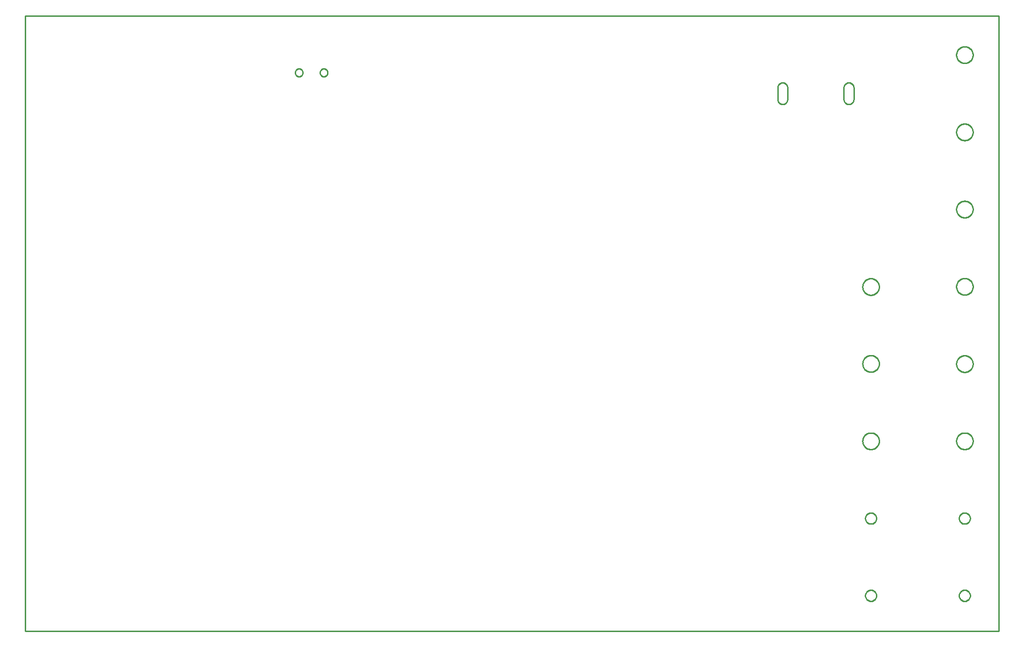
<source format=gbr>
G04 EAGLE Gerber X2 export*
%TF.Part,Single*%
%TF.FileFunction,Profile,NP*%
%TF.FilePolarity,Positive*%
%TF.GenerationSoftware,Autodesk,EAGLE,9.1.1*%
%TF.CreationDate,2018-07-20T09:13:18Z*%
G75*
%MOMM*%
%FSLAX34Y34*%
%LPD*%
%AMOC8*
5,1,8,0,0,1.08239X$1,22.5*%
G01*
%ADD10C,0.254000*%


D10*
X0Y0D02*
X1765100Y0D01*
X1765100Y1114300D01*
X0Y1114300D01*
X0Y0D01*
X1483860Y963460D02*
X1483894Y962676D01*
X1483997Y961897D01*
X1484167Y961131D01*
X1484403Y960382D01*
X1484703Y959656D01*
X1485066Y958960D01*
X1485488Y958298D01*
X1485966Y957675D01*
X1486496Y957096D01*
X1487075Y956566D01*
X1487698Y956088D01*
X1488360Y955666D01*
X1489056Y955303D01*
X1489782Y955003D01*
X1490531Y954767D01*
X1491297Y954597D01*
X1492076Y954494D01*
X1492860Y954460D01*
X1493644Y954494D01*
X1494423Y954597D01*
X1495189Y954767D01*
X1495938Y955003D01*
X1496664Y955303D01*
X1497360Y955666D01*
X1498022Y956088D01*
X1498645Y956566D01*
X1499224Y957096D01*
X1499754Y957675D01*
X1500232Y958298D01*
X1500654Y958960D01*
X1501017Y959656D01*
X1501317Y960382D01*
X1501553Y961131D01*
X1501723Y961897D01*
X1501826Y962676D01*
X1501860Y963460D01*
X1501860Y984460D01*
X1501826Y985244D01*
X1501723Y986023D01*
X1501553Y986789D01*
X1501317Y987538D01*
X1501017Y988264D01*
X1500654Y988960D01*
X1500232Y989622D01*
X1499754Y990245D01*
X1499224Y990824D01*
X1498645Y991354D01*
X1498022Y991832D01*
X1497360Y992254D01*
X1496664Y992617D01*
X1495938Y992917D01*
X1495189Y993153D01*
X1494423Y993323D01*
X1493644Y993426D01*
X1492860Y993460D01*
X1492076Y993426D01*
X1491297Y993323D01*
X1490531Y993153D01*
X1489782Y992917D01*
X1489056Y992617D01*
X1488360Y992254D01*
X1487698Y991832D01*
X1487075Y991354D01*
X1486496Y990824D01*
X1485966Y990245D01*
X1485488Y989622D01*
X1485066Y988960D01*
X1484703Y988264D01*
X1484403Y987538D01*
X1484167Y986789D01*
X1483997Y986023D01*
X1483894Y985244D01*
X1483860Y984460D01*
X1483860Y963460D01*
X1363860Y963460D02*
X1363894Y962676D01*
X1363997Y961897D01*
X1364167Y961131D01*
X1364403Y960382D01*
X1364703Y959656D01*
X1365066Y958960D01*
X1365488Y958298D01*
X1365966Y957675D01*
X1366496Y957096D01*
X1367075Y956566D01*
X1367698Y956088D01*
X1368360Y955666D01*
X1369056Y955303D01*
X1369782Y955003D01*
X1370531Y954767D01*
X1371297Y954597D01*
X1372076Y954494D01*
X1372860Y954460D01*
X1373644Y954494D01*
X1374423Y954597D01*
X1375189Y954767D01*
X1375938Y955003D01*
X1376664Y955303D01*
X1377360Y955666D01*
X1378022Y956088D01*
X1378645Y956566D01*
X1379224Y957096D01*
X1379754Y957675D01*
X1380232Y958298D01*
X1380654Y958960D01*
X1381017Y959656D01*
X1381317Y960382D01*
X1381553Y961131D01*
X1381723Y961897D01*
X1381826Y962676D01*
X1381860Y963460D01*
X1381860Y984460D01*
X1381826Y985244D01*
X1381723Y986023D01*
X1381553Y986789D01*
X1381317Y987538D01*
X1381017Y988264D01*
X1380654Y988960D01*
X1380232Y989622D01*
X1379754Y990245D01*
X1379224Y990824D01*
X1378645Y991354D01*
X1378022Y991832D01*
X1377360Y992254D01*
X1376664Y992617D01*
X1375938Y992917D01*
X1375189Y993153D01*
X1374423Y993323D01*
X1373644Y993426D01*
X1372860Y993460D01*
X1372076Y993426D01*
X1371297Y993323D01*
X1370531Y993153D01*
X1369782Y992917D01*
X1369056Y992617D01*
X1368360Y992254D01*
X1367698Y991832D01*
X1367075Y991354D01*
X1366496Y990824D01*
X1365966Y990245D01*
X1365488Y989622D01*
X1365066Y988960D01*
X1364703Y988264D01*
X1364403Y987538D01*
X1364167Y986789D01*
X1363997Y986023D01*
X1363894Y985244D01*
X1363860Y984460D01*
X1363860Y963460D01*
X496744Y1004800D02*
X497428Y1004867D01*
X498103Y1005002D01*
X498761Y1005201D01*
X499397Y1005464D01*
X500003Y1005789D01*
X500575Y1006171D01*
X501107Y1006607D01*
X501593Y1007093D01*
X502029Y1007625D01*
X502411Y1008197D01*
X502736Y1008804D01*
X502999Y1009439D01*
X503198Y1010097D01*
X503333Y1010772D01*
X503400Y1011456D01*
X503400Y1012144D01*
X503333Y1012828D01*
X503198Y1013503D01*
X502999Y1014161D01*
X502736Y1014797D01*
X502411Y1015403D01*
X502029Y1015975D01*
X501593Y1016507D01*
X501107Y1016993D01*
X500575Y1017429D01*
X500003Y1017811D01*
X499397Y1018136D01*
X498761Y1018399D01*
X498103Y1018598D01*
X497428Y1018733D01*
X496744Y1018800D01*
X496056Y1018800D01*
X495372Y1018733D01*
X494697Y1018598D01*
X494039Y1018399D01*
X493404Y1018136D01*
X492797Y1017811D01*
X492225Y1017429D01*
X491693Y1016993D01*
X491207Y1016507D01*
X490771Y1015975D01*
X490389Y1015403D01*
X490064Y1014797D01*
X489801Y1014161D01*
X489602Y1013503D01*
X489467Y1012828D01*
X489400Y1012144D01*
X489400Y1011456D01*
X489467Y1010772D01*
X489602Y1010097D01*
X489801Y1009439D01*
X490064Y1008804D01*
X490389Y1008197D01*
X490771Y1007625D01*
X491207Y1007093D01*
X491693Y1006607D01*
X492225Y1006171D01*
X492797Y1005789D01*
X493404Y1005464D01*
X494039Y1005201D01*
X494697Y1005002D01*
X495372Y1004867D01*
X496056Y1004800D01*
X496744Y1004800D01*
X541744Y1004800D02*
X542428Y1004867D01*
X543103Y1005002D01*
X543761Y1005201D01*
X544397Y1005464D01*
X545003Y1005789D01*
X545575Y1006171D01*
X546107Y1006607D01*
X546593Y1007093D01*
X547029Y1007625D01*
X547411Y1008197D01*
X547736Y1008804D01*
X547999Y1009439D01*
X548198Y1010097D01*
X548333Y1010772D01*
X548400Y1011456D01*
X548400Y1012144D01*
X548333Y1012828D01*
X548198Y1013503D01*
X547999Y1014161D01*
X547736Y1014797D01*
X547411Y1015403D01*
X547029Y1015975D01*
X546593Y1016507D01*
X546107Y1016993D01*
X545575Y1017429D01*
X545003Y1017811D01*
X544397Y1018136D01*
X543761Y1018399D01*
X543103Y1018598D01*
X542428Y1018733D01*
X541744Y1018800D01*
X541056Y1018800D01*
X540372Y1018733D01*
X539697Y1018598D01*
X539039Y1018399D01*
X538404Y1018136D01*
X537797Y1017811D01*
X537225Y1017429D01*
X536693Y1016993D01*
X536207Y1016507D01*
X535771Y1015975D01*
X535389Y1015403D01*
X535064Y1014797D01*
X534801Y1014161D01*
X534602Y1013503D01*
X534467Y1012828D01*
X534400Y1012144D01*
X534400Y1011456D01*
X534467Y1010772D01*
X534602Y1010097D01*
X534801Y1009439D01*
X535064Y1008804D01*
X535389Y1008197D01*
X535771Y1007625D01*
X536207Y1007093D01*
X536693Y1006607D01*
X537225Y1006171D01*
X537797Y1005789D01*
X538404Y1005464D01*
X539039Y1005201D01*
X539697Y1005002D01*
X540372Y1004867D01*
X541056Y1004800D01*
X541744Y1004800D01*
X1712860Y203523D02*
X1712784Y202654D01*
X1712632Y201794D01*
X1712406Y200950D01*
X1712108Y200130D01*
X1711739Y199338D01*
X1711302Y198582D01*
X1710801Y197867D01*
X1710240Y197198D01*
X1709622Y196580D01*
X1708953Y196019D01*
X1708238Y195518D01*
X1707482Y195081D01*
X1706690Y194712D01*
X1705870Y194414D01*
X1705026Y194188D01*
X1704167Y194036D01*
X1703297Y193960D01*
X1702423Y193960D01*
X1701554Y194036D01*
X1700694Y194188D01*
X1699850Y194414D01*
X1699030Y194712D01*
X1698238Y195081D01*
X1697482Y195518D01*
X1696767Y196019D01*
X1696098Y196580D01*
X1695480Y197198D01*
X1694919Y197867D01*
X1694418Y198582D01*
X1693981Y199338D01*
X1693612Y200130D01*
X1693314Y200950D01*
X1693088Y201794D01*
X1692936Y202654D01*
X1692860Y203523D01*
X1692860Y204397D01*
X1692936Y205267D01*
X1693088Y206126D01*
X1693314Y206970D01*
X1693612Y207790D01*
X1693981Y208582D01*
X1694418Y209338D01*
X1694919Y210053D01*
X1695480Y210722D01*
X1696098Y211340D01*
X1696767Y211901D01*
X1697482Y212402D01*
X1698238Y212839D01*
X1699030Y213208D01*
X1699850Y213506D01*
X1700694Y213732D01*
X1701554Y213884D01*
X1702423Y213960D01*
X1703297Y213960D01*
X1704167Y213884D01*
X1705026Y213732D01*
X1705870Y213506D01*
X1706690Y213208D01*
X1707482Y212839D01*
X1708238Y212402D01*
X1708953Y211901D01*
X1709622Y211340D01*
X1710240Y210722D01*
X1710801Y210053D01*
X1711302Y209338D01*
X1711739Y208582D01*
X1712108Y207790D01*
X1712406Y206970D01*
X1712632Y206126D01*
X1712784Y205267D01*
X1712860Y204397D01*
X1712860Y203523D01*
X1692860Y64397D02*
X1692936Y65267D01*
X1693088Y66126D01*
X1693314Y66970D01*
X1693612Y67790D01*
X1693981Y68582D01*
X1694418Y69338D01*
X1694919Y70053D01*
X1695480Y70722D01*
X1696098Y71340D01*
X1696767Y71901D01*
X1697482Y72402D01*
X1698238Y72839D01*
X1699030Y73208D01*
X1699850Y73506D01*
X1700694Y73732D01*
X1701554Y73884D01*
X1702423Y73960D01*
X1703297Y73960D01*
X1704167Y73884D01*
X1705026Y73732D01*
X1705870Y73506D01*
X1706690Y73208D01*
X1707482Y72839D01*
X1708238Y72402D01*
X1708953Y71901D01*
X1709622Y71340D01*
X1710240Y70722D01*
X1710801Y70053D01*
X1711302Y69338D01*
X1711739Y68582D01*
X1712108Y67790D01*
X1712406Y66970D01*
X1712632Y66126D01*
X1712784Y65267D01*
X1712860Y64397D01*
X1712860Y63523D01*
X1712784Y62654D01*
X1712632Y61794D01*
X1712406Y60950D01*
X1712108Y60130D01*
X1711739Y59338D01*
X1711302Y58582D01*
X1710801Y57867D01*
X1710240Y57198D01*
X1709622Y56580D01*
X1708953Y56019D01*
X1708238Y55518D01*
X1707482Y55081D01*
X1706690Y54712D01*
X1705870Y54414D01*
X1705026Y54188D01*
X1704167Y54036D01*
X1703297Y53960D01*
X1702423Y53960D01*
X1701554Y54036D01*
X1700694Y54188D01*
X1699850Y54414D01*
X1699030Y54712D01*
X1698238Y55081D01*
X1697482Y55518D01*
X1696767Y56019D01*
X1696098Y56580D01*
X1695480Y57198D01*
X1694919Y57867D01*
X1694418Y58582D01*
X1693981Y59338D01*
X1693612Y60130D01*
X1693314Y60950D01*
X1693088Y61794D01*
X1692936Y62654D01*
X1692860Y63523D01*
X1692860Y64397D01*
X1717860Y483424D02*
X1717784Y482356D01*
X1717631Y481295D01*
X1717403Y480248D01*
X1717101Y479220D01*
X1716727Y478216D01*
X1716282Y477241D01*
X1715768Y476301D01*
X1715189Y475400D01*
X1714547Y474542D01*
X1713845Y473732D01*
X1713088Y472975D01*
X1712278Y472273D01*
X1711420Y471631D01*
X1710519Y471052D01*
X1709579Y470538D01*
X1708604Y470093D01*
X1707600Y469719D01*
X1706572Y469417D01*
X1705525Y469189D01*
X1704464Y469036D01*
X1703396Y468960D01*
X1702324Y468960D01*
X1701256Y469036D01*
X1700195Y469189D01*
X1699148Y469417D01*
X1698120Y469719D01*
X1697116Y470093D01*
X1696141Y470538D01*
X1695201Y471052D01*
X1694300Y471631D01*
X1693442Y472273D01*
X1692632Y472975D01*
X1691875Y473732D01*
X1691173Y474542D01*
X1690531Y475400D01*
X1689952Y476301D01*
X1689438Y477241D01*
X1688993Y478216D01*
X1688619Y479220D01*
X1688317Y480248D01*
X1688089Y481295D01*
X1687936Y482356D01*
X1687860Y483424D01*
X1687860Y484496D01*
X1687936Y485564D01*
X1688089Y486625D01*
X1688317Y487672D01*
X1688619Y488700D01*
X1688993Y489704D01*
X1689438Y490679D01*
X1689952Y491619D01*
X1690531Y492520D01*
X1691173Y493378D01*
X1691875Y494188D01*
X1692632Y494945D01*
X1693442Y495647D01*
X1694300Y496289D01*
X1695201Y496868D01*
X1696141Y497382D01*
X1697116Y497827D01*
X1698120Y498201D01*
X1699148Y498503D01*
X1700195Y498731D01*
X1701256Y498884D01*
X1702324Y498960D01*
X1703396Y498960D01*
X1704464Y498884D01*
X1705525Y498731D01*
X1706572Y498503D01*
X1707600Y498201D01*
X1708604Y497827D01*
X1709579Y497382D01*
X1710519Y496868D01*
X1711420Y496289D01*
X1712278Y495647D01*
X1713088Y494945D01*
X1713845Y494188D01*
X1714547Y493378D01*
X1715189Y492520D01*
X1715768Y491619D01*
X1716282Y490679D01*
X1716727Y489704D01*
X1717101Y488700D01*
X1717403Y487672D01*
X1717631Y486625D01*
X1717784Y485564D01*
X1717860Y484496D01*
X1717860Y483424D01*
X1717860Y343424D02*
X1717784Y342356D01*
X1717631Y341295D01*
X1717403Y340248D01*
X1717101Y339220D01*
X1716727Y338216D01*
X1716282Y337241D01*
X1715768Y336301D01*
X1715189Y335400D01*
X1714547Y334542D01*
X1713845Y333732D01*
X1713088Y332975D01*
X1712278Y332273D01*
X1711420Y331631D01*
X1710519Y331052D01*
X1709579Y330538D01*
X1708604Y330093D01*
X1707600Y329719D01*
X1706572Y329417D01*
X1705525Y329189D01*
X1704464Y329036D01*
X1703396Y328960D01*
X1702324Y328960D01*
X1701256Y329036D01*
X1700195Y329189D01*
X1699148Y329417D01*
X1698120Y329719D01*
X1697116Y330093D01*
X1696141Y330538D01*
X1695201Y331052D01*
X1694300Y331631D01*
X1693442Y332273D01*
X1692632Y332975D01*
X1691875Y333732D01*
X1691173Y334542D01*
X1690531Y335400D01*
X1689952Y336301D01*
X1689438Y337241D01*
X1688993Y338216D01*
X1688619Y339220D01*
X1688317Y340248D01*
X1688089Y341295D01*
X1687936Y342356D01*
X1687860Y343424D01*
X1687860Y344496D01*
X1687936Y345564D01*
X1688089Y346625D01*
X1688317Y347672D01*
X1688619Y348700D01*
X1688993Y349704D01*
X1689438Y350679D01*
X1689952Y351619D01*
X1690531Y352520D01*
X1691173Y353378D01*
X1691875Y354188D01*
X1692632Y354945D01*
X1693442Y355647D01*
X1694300Y356289D01*
X1695201Y356868D01*
X1696141Y357382D01*
X1697116Y357827D01*
X1698120Y358201D01*
X1699148Y358503D01*
X1700195Y358731D01*
X1701256Y358884D01*
X1702324Y358960D01*
X1703396Y358960D01*
X1704464Y358884D01*
X1705525Y358731D01*
X1706572Y358503D01*
X1707600Y358201D01*
X1708604Y357827D01*
X1709579Y357382D01*
X1710519Y356868D01*
X1711420Y356289D01*
X1712278Y355647D01*
X1713088Y354945D01*
X1713845Y354188D01*
X1714547Y353378D01*
X1715189Y352520D01*
X1715768Y351619D01*
X1716282Y350679D01*
X1716727Y349704D01*
X1717101Y348700D01*
X1717403Y347672D01*
X1717631Y346625D01*
X1717784Y345564D01*
X1717860Y344496D01*
X1717860Y343424D01*
X1717860Y763424D02*
X1717784Y762356D01*
X1717631Y761295D01*
X1717403Y760248D01*
X1717101Y759220D01*
X1716727Y758216D01*
X1716282Y757241D01*
X1715768Y756301D01*
X1715189Y755400D01*
X1714547Y754542D01*
X1713845Y753732D01*
X1713088Y752975D01*
X1712278Y752273D01*
X1711420Y751631D01*
X1710519Y751052D01*
X1709579Y750538D01*
X1708604Y750093D01*
X1707600Y749719D01*
X1706572Y749417D01*
X1705525Y749189D01*
X1704464Y749036D01*
X1703396Y748960D01*
X1702324Y748960D01*
X1701256Y749036D01*
X1700195Y749189D01*
X1699148Y749417D01*
X1698120Y749719D01*
X1697116Y750093D01*
X1696141Y750538D01*
X1695201Y751052D01*
X1694300Y751631D01*
X1693442Y752273D01*
X1692632Y752975D01*
X1691875Y753732D01*
X1691173Y754542D01*
X1690531Y755400D01*
X1689952Y756301D01*
X1689438Y757241D01*
X1688993Y758216D01*
X1688619Y759220D01*
X1688317Y760248D01*
X1688089Y761295D01*
X1687936Y762356D01*
X1687860Y763424D01*
X1687860Y764496D01*
X1687936Y765564D01*
X1688089Y766625D01*
X1688317Y767672D01*
X1688619Y768700D01*
X1688993Y769704D01*
X1689438Y770679D01*
X1689952Y771619D01*
X1690531Y772520D01*
X1691173Y773378D01*
X1691875Y774188D01*
X1692632Y774945D01*
X1693442Y775647D01*
X1694300Y776289D01*
X1695201Y776868D01*
X1696141Y777382D01*
X1697116Y777827D01*
X1698120Y778201D01*
X1699148Y778503D01*
X1700195Y778731D01*
X1701256Y778884D01*
X1702324Y778960D01*
X1703396Y778960D01*
X1704464Y778884D01*
X1705525Y778731D01*
X1706572Y778503D01*
X1707600Y778201D01*
X1708604Y777827D01*
X1709579Y777382D01*
X1710519Y776868D01*
X1711420Y776289D01*
X1712278Y775647D01*
X1713088Y774945D01*
X1713845Y774188D01*
X1714547Y773378D01*
X1715189Y772520D01*
X1715768Y771619D01*
X1716282Y770679D01*
X1716727Y769704D01*
X1717101Y768700D01*
X1717403Y767672D01*
X1717631Y766625D01*
X1717784Y765564D01*
X1717860Y764496D01*
X1717860Y763424D01*
X1717860Y623424D02*
X1717784Y622356D01*
X1717631Y621295D01*
X1717403Y620248D01*
X1717101Y619220D01*
X1716727Y618216D01*
X1716282Y617241D01*
X1715768Y616301D01*
X1715189Y615400D01*
X1714547Y614542D01*
X1713845Y613732D01*
X1713088Y612975D01*
X1712278Y612273D01*
X1711420Y611631D01*
X1710519Y611052D01*
X1709579Y610538D01*
X1708604Y610093D01*
X1707600Y609719D01*
X1706572Y609417D01*
X1705525Y609189D01*
X1704464Y609036D01*
X1703396Y608960D01*
X1702324Y608960D01*
X1701256Y609036D01*
X1700195Y609189D01*
X1699148Y609417D01*
X1698120Y609719D01*
X1697116Y610093D01*
X1696141Y610538D01*
X1695201Y611052D01*
X1694300Y611631D01*
X1693442Y612273D01*
X1692632Y612975D01*
X1691875Y613732D01*
X1691173Y614542D01*
X1690531Y615400D01*
X1689952Y616301D01*
X1689438Y617241D01*
X1688993Y618216D01*
X1688619Y619220D01*
X1688317Y620248D01*
X1688089Y621295D01*
X1687936Y622356D01*
X1687860Y623424D01*
X1687860Y624496D01*
X1687936Y625564D01*
X1688089Y626625D01*
X1688317Y627672D01*
X1688619Y628700D01*
X1688993Y629704D01*
X1689438Y630679D01*
X1689952Y631619D01*
X1690531Y632520D01*
X1691173Y633378D01*
X1691875Y634188D01*
X1692632Y634945D01*
X1693442Y635647D01*
X1694300Y636289D01*
X1695201Y636868D01*
X1696141Y637382D01*
X1697116Y637827D01*
X1698120Y638201D01*
X1699148Y638503D01*
X1700195Y638731D01*
X1701256Y638884D01*
X1702324Y638960D01*
X1703396Y638960D01*
X1704464Y638884D01*
X1705525Y638731D01*
X1706572Y638503D01*
X1707600Y638201D01*
X1708604Y637827D01*
X1709579Y637382D01*
X1710519Y636868D01*
X1711420Y636289D01*
X1712278Y635647D01*
X1713088Y634945D01*
X1713845Y634188D01*
X1714547Y633378D01*
X1715189Y632520D01*
X1715768Y631619D01*
X1716282Y630679D01*
X1716727Y629704D01*
X1717101Y628700D01*
X1717403Y627672D01*
X1717631Y626625D01*
X1717784Y625564D01*
X1717860Y624496D01*
X1717860Y623424D01*
X1717860Y1043424D02*
X1717784Y1042356D01*
X1717631Y1041295D01*
X1717403Y1040248D01*
X1717101Y1039220D01*
X1716727Y1038216D01*
X1716282Y1037241D01*
X1715768Y1036301D01*
X1715189Y1035400D01*
X1714547Y1034542D01*
X1713845Y1033732D01*
X1713088Y1032975D01*
X1712278Y1032273D01*
X1711420Y1031631D01*
X1710519Y1031052D01*
X1709579Y1030538D01*
X1708604Y1030093D01*
X1707600Y1029719D01*
X1706572Y1029417D01*
X1705525Y1029189D01*
X1704464Y1029036D01*
X1703396Y1028960D01*
X1702324Y1028960D01*
X1701256Y1029036D01*
X1700195Y1029189D01*
X1699148Y1029417D01*
X1698120Y1029719D01*
X1697116Y1030093D01*
X1696141Y1030538D01*
X1695201Y1031052D01*
X1694300Y1031631D01*
X1693442Y1032273D01*
X1692632Y1032975D01*
X1691875Y1033732D01*
X1691173Y1034542D01*
X1690531Y1035400D01*
X1689952Y1036301D01*
X1689438Y1037241D01*
X1688993Y1038216D01*
X1688619Y1039220D01*
X1688317Y1040248D01*
X1688089Y1041295D01*
X1687936Y1042356D01*
X1687860Y1043424D01*
X1687860Y1044496D01*
X1687936Y1045564D01*
X1688089Y1046625D01*
X1688317Y1047672D01*
X1688619Y1048700D01*
X1688993Y1049704D01*
X1689438Y1050679D01*
X1689952Y1051619D01*
X1690531Y1052520D01*
X1691173Y1053378D01*
X1691875Y1054188D01*
X1692632Y1054945D01*
X1693442Y1055647D01*
X1694300Y1056289D01*
X1695201Y1056868D01*
X1696141Y1057382D01*
X1697116Y1057827D01*
X1698120Y1058201D01*
X1699148Y1058503D01*
X1700195Y1058731D01*
X1701256Y1058884D01*
X1702324Y1058960D01*
X1703396Y1058960D01*
X1704464Y1058884D01*
X1705525Y1058731D01*
X1706572Y1058503D01*
X1707600Y1058201D01*
X1708604Y1057827D01*
X1709579Y1057382D01*
X1710519Y1056868D01*
X1711420Y1056289D01*
X1712278Y1055647D01*
X1713088Y1054945D01*
X1713845Y1054188D01*
X1714547Y1053378D01*
X1715189Y1052520D01*
X1715768Y1051619D01*
X1716282Y1050679D01*
X1716727Y1049704D01*
X1717101Y1048700D01*
X1717403Y1047672D01*
X1717631Y1046625D01*
X1717784Y1045564D01*
X1717860Y1044496D01*
X1717860Y1043424D01*
X1717860Y903424D02*
X1717784Y902356D01*
X1717631Y901295D01*
X1717403Y900248D01*
X1717101Y899220D01*
X1716727Y898216D01*
X1716282Y897241D01*
X1715768Y896301D01*
X1715189Y895400D01*
X1714547Y894542D01*
X1713845Y893732D01*
X1713088Y892975D01*
X1712278Y892273D01*
X1711420Y891631D01*
X1710519Y891052D01*
X1709579Y890538D01*
X1708604Y890093D01*
X1707600Y889719D01*
X1706572Y889417D01*
X1705525Y889189D01*
X1704464Y889036D01*
X1703396Y888960D01*
X1702324Y888960D01*
X1701256Y889036D01*
X1700195Y889189D01*
X1699148Y889417D01*
X1698120Y889719D01*
X1697116Y890093D01*
X1696141Y890538D01*
X1695201Y891052D01*
X1694300Y891631D01*
X1693442Y892273D01*
X1692632Y892975D01*
X1691875Y893732D01*
X1691173Y894542D01*
X1690531Y895400D01*
X1689952Y896301D01*
X1689438Y897241D01*
X1688993Y898216D01*
X1688619Y899220D01*
X1688317Y900248D01*
X1688089Y901295D01*
X1687936Y902356D01*
X1687860Y903424D01*
X1687860Y904496D01*
X1687936Y905564D01*
X1688089Y906625D01*
X1688317Y907672D01*
X1688619Y908700D01*
X1688993Y909704D01*
X1689438Y910679D01*
X1689952Y911619D01*
X1690531Y912520D01*
X1691173Y913378D01*
X1691875Y914188D01*
X1692632Y914945D01*
X1693442Y915647D01*
X1694300Y916289D01*
X1695201Y916868D01*
X1696141Y917382D01*
X1697116Y917827D01*
X1698120Y918201D01*
X1699148Y918503D01*
X1700195Y918731D01*
X1701256Y918884D01*
X1702324Y918960D01*
X1703396Y918960D01*
X1704464Y918884D01*
X1705525Y918731D01*
X1706572Y918503D01*
X1707600Y918201D01*
X1708604Y917827D01*
X1709579Y917382D01*
X1710519Y916868D01*
X1711420Y916289D01*
X1712278Y915647D01*
X1713088Y914945D01*
X1713845Y914188D01*
X1714547Y913378D01*
X1715189Y912520D01*
X1715768Y911619D01*
X1716282Y910679D01*
X1716727Y909704D01*
X1717101Y908700D01*
X1717403Y907672D01*
X1717631Y906625D01*
X1717784Y905564D01*
X1717860Y904496D01*
X1717860Y903424D01*
X1522840Y64397D02*
X1522916Y65267D01*
X1523068Y66126D01*
X1523294Y66970D01*
X1523592Y67790D01*
X1523961Y68582D01*
X1524398Y69338D01*
X1524899Y70053D01*
X1525460Y70722D01*
X1526078Y71340D01*
X1526747Y71901D01*
X1527462Y72402D01*
X1528218Y72839D01*
X1529010Y73208D01*
X1529830Y73506D01*
X1530674Y73732D01*
X1531534Y73884D01*
X1532403Y73960D01*
X1533277Y73960D01*
X1534147Y73884D01*
X1535006Y73732D01*
X1535850Y73506D01*
X1536670Y73208D01*
X1537462Y72839D01*
X1538218Y72402D01*
X1538933Y71901D01*
X1539602Y71340D01*
X1540220Y70722D01*
X1540781Y70053D01*
X1541282Y69338D01*
X1541719Y68582D01*
X1542088Y67790D01*
X1542386Y66970D01*
X1542612Y66126D01*
X1542764Y65267D01*
X1542840Y64397D01*
X1542840Y63523D01*
X1542764Y62654D01*
X1542612Y61794D01*
X1542386Y60950D01*
X1542088Y60130D01*
X1541719Y59338D01*
X1541282Y58582D01*
X1540781Y57867D01*
X1540220Y57198D01*
X1539602Y56580D01*
X1538933Y56019D01*
X1538218Y55518D01*
X1537462Y55081D01*
X1536670Y54712D01*
X1535850Y54414D01*
X1535006Y54188D01*
X1534147Y54036D01*
X1533277Y53960D01*
X1532403Y53960D01*
X1531534Y54036D01*
X1530674Y54188D01*
X1529830Y54414D01*
X1529010Y54712D01*
X1528218Y55081D01*
X1527462Y55518D01*
X1526747Y56019D01*
X1526078Y56580D01*
X1525460Y57198D01*
X1524899Y57867D01*
X1524398Y58582D01*
X1523961Y59338D01*
X1523592Y60130D01*
X1523294Y60950D01*
X1523068Y61794D01*
X1522916Y62654D01*
X1522840Y63523D01*
X1522840Y64397D01*
X1542840Y203523D02*
X1542764Y202654D01*
X1542612Y201794D01*
X1542386Y200950D01*
X1542088Y200130D01*
X1541719Y199338D01*
X1541282Y198582D01*
X1540781Y197867D01*
X1540220Y197198D01*
X1539602Y196580D01*
X1538933Y196019D01*
X1538218Y195518D01*
X1537462Y195081D01*
X1536670Y194712D01*
X1535850Y194414D01*
X1535006Y194188D01*
X1534147Y194036D01*
X1533277Y193960D01*
X1532403Y193960D01*
X1531534Y194036D01*
X1530674Y194188D01*
X1529830Y194414D01*
X1529010Y194712D01*
X1528218Y195081D01*
X1527462Y195518D01*
X1526747Y196019D01*
X1526078Y196580D01*
X1525460Y197198D01*
X1524899Y197867D01*
X1524398Y198582D01*
X1523961Y199338D01*
X1523592Y200130D01*
X1523294Y200950D01*
X1523068Y201794D01*
X1522916Y202654D01*
X1522840Y203523D01*
X1522840Y204397D01*
X1522916Y205267D01*
X1523068Y206126D01*
X1523294Y206970D01*
X1523592Y207790D01*
X1523961Y208582D01*
X1524398Y209338D01*
X1524899Y210053D01*
X1525460Y210722D01*
X1526078Y211340D01*
X1526747Y211901D01*
X1527462Y212402D01*
X1528218Y212839D01*
X1529010Y213208D01*
X1529830Y213506D01*
X1530674Y213732D01*
X1531534Y213884D01*
X1532403Y213960D01*
X1533277Y213960D01*
X1534147Y213884D01*
X1535006Y213732D01*
X1535850Y213506D01*
X1536670Y213208D01*
X1537462Y212839D01*
X1538218Y212402D01*
X1538933Y211901D01*
X1539602Y211340D01*
X1540220Y210722D01*
X1540781Y210053D01*
X1541282Y209338D01*
X1541719Y208582D01*
X1542088Y207790D01*
X1542386Y206970D01*
X1542612Y206126D01*
X1542764Y205267D01*
X1542840Y204397D01*
X1542840Y203523D01*
X1547840Y343424D02*
X1547764Y342356D01*
X1547611Y341295D01*
X1547383Y340248D01*
X1547081Y339220D01*
X1546707Y338216D01*
X1546262Y337241D01*
X1545748Y336301D01*
X1545169Y335400D01*
X1544527Y334542D01*
X1543825Y333732D01*
X1543068Y332975D01*
X1542258Y332273D01*
X1541400Y331631D01*
X1540499Y331052D01*
X1539559Y330538D01*
X1538584Y330093D01*
X1537580Y329719D01*
X1536552Y329417D01*
X1535505Y329189D01*
X1534444Y329036D01*
X1533376Y328960D01*
X1532304Y328960D01*
X1531236Y329036D01*
X1530175Y329189D01*
X1529128Y329417D01*
X1528100Y329719D01*
X1527096Y330093D01*
X1526121Y330538D01*
X1525181Y331052D01*
X1524280Y331631D01*
X1523422Y332273D01*
X1522612Y332975D01*
X1521855Y333732D01*
X1521153Y334542D01*
X1520511Y335400D01*
X1519932Y336301D01*
X1519418Y337241D01*
X1518973Y338216D01*
X1518599Y339220D01*
X1518297Y340248D01*
X1518069Y341295D01*
X1517916Y342356D01*
X1517840Y343424D01*
X1517840Y344496D01*
X1517916Y345564D01*
X1518069Y346625D01*
X1518297Y347672D01*
X1518599Y348700D01*
X1518973Y349704D01*
X1519418Y350679D01*
X1519932Y351619D01*
X1520511Y352520D01*
X1521153Y353378D01*
X1521855Y354188D01*
X1522612Y354945D01*
X1523422Y355647D01*
X1524280Y356289D01*
X1525181Y356868D01*
X1526121Y357382D01*
X1527096Y357827D01*
X1528100Y358201D01*
X1529128Y358503D01*
X1530175Y358731D01*
X1531236Y358884D01*
X1532304Y358960D01*
X1533376Y358960D01*
X1534444Y358884D01*
X1535505Y358731D01*
X1536552Y358503D01*
X1537580Y358201D01*
X1538584Y357827D01*
X1539559Y357382D01*
X1540499Y356868D01*
X1541400Y356289D01*
X1542258Y355647D01*
X1543068Y354945D01*
X1543825Y354188D01*
X1544527Y353378D01*
X1545169Y352520D01*
X1545748Y351619D01*
X1546262Y350679D01*
X1546707Y349704D01*
X1547081Y348700D01*
X1547383Y347672D01*
X1547611Y346625D01*
X1547764Y345564D01*
X1547840Y344496D01*
X1547840Y343424D01*
X1547840Y623124D02*
X1547764Y622056D01*
X1547611Y620995D01*
X1547383Y619948D01*
X1547081Y618920D01*
X1546707Y617916D01*
X1546262Y616941D01*
X1545748Y616001D01*
X1545169Y615100D01*
X1544527Y614242D01*
X1543825Y613432D01*
X1543068Y612675D01*
X1542258Y611973D01*
X1541400Y611331D01*
X1540499Y610752D01*
X1539559Y610238D01*
X1538584Y609793D01*
X1537580Y609419D01*
X1536552Y609117D01*
X1535505Y608889D01*
X1534444Y608736D01*
X1533376Y608660D01*
X1532304Y608660D01*
X1531236Y608736D01*
X1530175Y608889D01*
X1529128Y609117D01*
X1528100Y609419D01*
X1527096Y609793D01*
X1526121Y610238D01*
X1525181Y610752D01*
X1524280Y611331D01*
X1523422Y611973D01*
X1522612Y612675D01*
X1521855Y613432D01*
X1521153Y614242D01*
X1520511Y615100D01*
X1519932Y616001D01*
X1519418Y616941D01*
X1518973Y617916D01*
X1518599Y618920D01*
X1518297Y619948D01*
X1518069Y620995D01*
X1517916Y622056D01*
X1517840Y623124D01*
X1517840Y624196D01*
X1517916Y625264D01*
X1518069Y626325D01*
X1518297Y627372D01*
X1518599Y628400D01*
X1518973Y629404D01*
X1519418Y630379D01*
X1519932Y631319D01*
X1520511Y632220D01*
X1521153Y633078D01*
X1521855Y633888D01*
X1522612Y634645D01*
X1523422Y635347D01*
X1524280Y635989D01*
X1525181Y636568D01*
X1526121Y637082D01*
X1527096Y637527D01*
X1528100Y637901D01*
X1529128Y638203D01*
X1530175Y638431D01*
X1531236Y638584D01*
X1532304Y638660D01*
X1533376Y638660D01*
X1534444Y638584D01*
X1535505Y638431D01*
X1536552Y638203D01*
X1537580Y637901D01*
X1538584Y637527D01*
X1539559Y637082D01*
X1540499Y636568D01*
X1541400Y635989D01*
X1542258Y635347D01*
X1543068Y634645D01*
X1543825Y633888D01*
X1544527Y633078D01*
X1545169Y632220D01*
X1545748Y631319D01*
X1546262Y630379D01*
X1546707Y629404D01*
X1547081Y628400D01*
X1547383Y627372D01*
X1547611Y626325D01*
X1547764Y625264D01*
X1547840Y624196D01*
X1547840Y623124D01*
X1547840Y483724D02*
X1547764Y482656D01*
X1547611Y481595D01*
X1547383Y480548D01*
X1547081Y479520D01*
X1546707Y478516D01*
X1546262Y477541D01*
X1545748Y476601D01*
X1545169Y475700D01*
X1544527Y474842D01*
X1543825Y474032D01*
X1543068Y473275D01*
X1542258Y472573D01*
X1541400Y471931D01*
X1540499Y471352D01*
X1539559Y470838D01*
X1538584Y470393D01*
X1537580Y470019D01*
X1536552Y469717D01*
X1535505Y469489D01*
X1534444Y469336D01*
X1533376Y469260D01*
X1532304Y469260D01*
X1531236Y469336D01*
X1530175Y469489D01*
X1529128Y469717D01*
X1528100Y470019D01*
X1527096Y470393D01*
X1526121Y470838D01*
X1525181Y471352D01*
X1524280Y471931D01*
X1523422Y472573D01*
X1522612Y473275D01*
X1521855Y474032D01*
X1521153Y474842D01*
X1520511Y475700D01*
X1519932Y476601D01*
X1519418Y477541D01*
X1518973Y478516D01*
X1518599Y479520D01*
X1518297Y480548D01*
X1518069Y481595D01*
X1517916Y482656D01*
X1517840Y483724D01*
X1517840Y484796D01*
X1517916Y485864D01*
X1518069Y486925D01*
X1518297Y487972D01*
X1518599Y489000D01*
X1518973Y490004D01*
X1519418Y490979D01*
X1519932Y491919D01*
X1520511Y492820D01*
X1521153Y493678D01*
X1521855Y494488D01*
X1522612Y495245D01*
X1523422Y495947D01*
X1524280Y496589D01*
X1525181Y497168D01*
X1526121Y497682D01*
X1527096Y498127D01*
X1528100Y498501D01*
X1529128Y498803D01*
X1530175Y499031D01*
X1531236Y499184D01*
X1532304Y499260D01*
X1533376Y499260D01*
X1534444Y499184D01*
X1535505Y499031D01*
X1536552Y498803D01*
X1537580Y498501D01*
X1538584Y498127D01*
X1539559Y497682D01*
X1540499Y497168D01*
X1541400Y496589D01*
X1542258Y495947D01*
X1543068Y495245D01*
X1543825Y494488D01*
X1544527Y493678D01*
X1545169Y492820D01*
X1545748Y491919D01*
X1546262Y490979D01*
X1546707Y490004D01*
X1547081Y489000D01*
X1547383Y487972D01*
X1547611Y486925D01*
X1547764Y485864D01*
X1547840Y484796D01*
X1547840Y483724D01*
M02*

</source>
